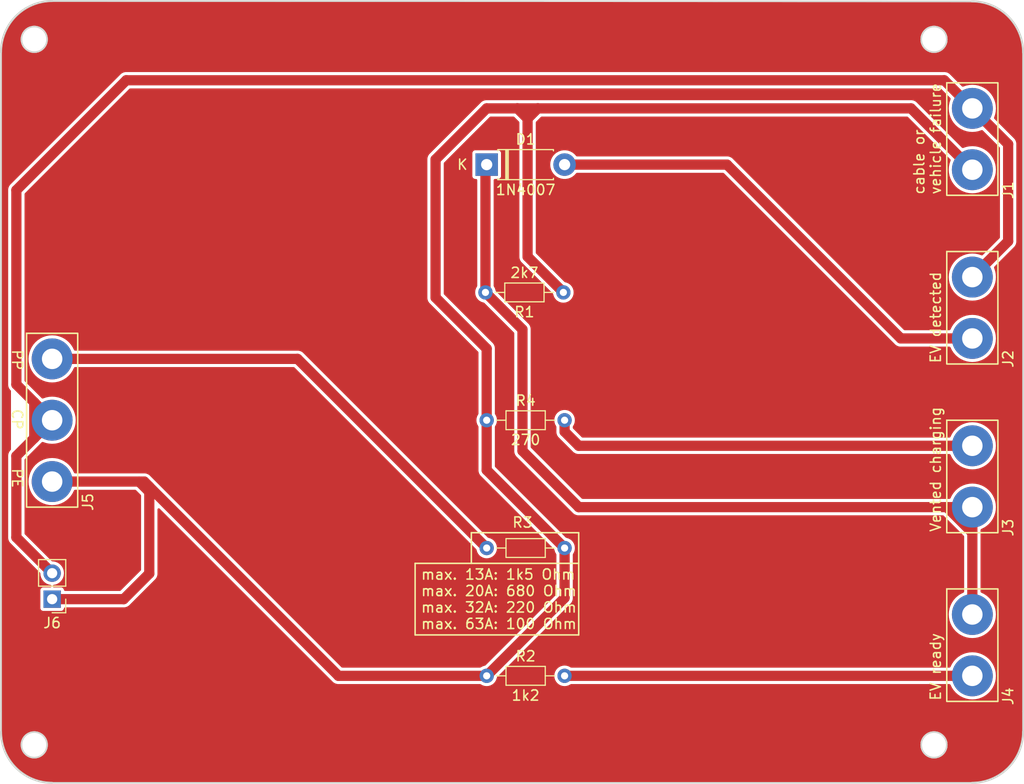
<source format=kicad_pcb>
(kicad_pcb (version 20240108) (generator "pcbnew") (generator_version "8.0")
  (layers (0 "F.Cu" signal) (31 "B.Cu" signal) (34 "B.Paste" user) (35 "F.Paste" user) (36 "B.SilkS" user "B.Silkscreen") (37 "F.SilkS" user "F.Silkscreen") (38 "B.Mask" user) (39 "F.Mask" user) (44 "Edge.Cuts" user))
  (net 0 "")
  (net 1 "Net-(D1-K)")
  (net 2 "Net-(D1-A)")
  (net 3 "PE")
  (net 4 "CP")
  (net 5 "Net-(J3-P2)")
  (net 6 "Net-(J4-P2)")
  (net 7 "PP")
  (footprint "Resistor_THT:R_Axial_DIN0204_L3.6mm_D1.6mm_P7.62mm_Horizontal" (layer "F.Cu") (at 122.5 102.5)
    (property "Reference" "R3" (at 3.5 -2.5 360) (layer "F.SilkS"))
    (property "Value" "xxx")
    (fp_line (start 0.94 0) (end 1.89 0) (stroke (width 0.12)) (layer "F.SilkS"))
    (fp_line (start 1.89 -0.92) (end 1.89 0.92) (stroke (width 0.12)) (layer "F.SilkS"))
    (fp_line (start 1.89 0.92) (end 5.73 0.92) (stroke (width 0.12)) (layer "F.SilkS"))
    (fp_line (start 5.73 -0.92) (end 1.89 -0.92) (stroke (width 0.12)) (layer "F.SilkS"))
    (fp_line (start 5.73 0.92) (end 5.73 -0.92) (stroke (width 0.12)) (layer "F.SilkS"))
    (fp_line (start 6.68 0) (end 5.73 0) (stroke (width 0.12)) (layer "F.SilkS"))
    (pad "1" thru_hole circle (at 0 0) (size 1.4 1.4) (drill 0.7) (layers "*.Cu" "*.Mask") (net 7 "PP"))
    (pad "2" thru_hole oval (at 7.62 0) (size 1.4 1.4) (drill 0.7) (layers "*.Cu" "*.Mask") (net 3 "PE"))
  )
  (footprint "Resistor_THT:R_Axial_DIN0204_L3.6mm_D1.6mm_P7.62mm_Horizontal" (layer "F.Cu") (at 130 77.5 180)
    (property "Reference" "R1" (at 3.81 -1.92 360) (layer "F.SilkS"))
    (property "Value" "2k7" (at 3.81 1.92 0) (layer "F.SilkS"))
    (fp_line (start 6.68 0) (end 5.73 0) (stroke (width 0.12)) (layer "F.SilkS"))
    (fp_line (start 5.73 0.92) (end 5.73 -0.92) (stroke (width 0.12)) (layer "F.SilkS"))
    (fp_line (start 5.73 -0.92) (end 1.89 -0.92) (stroke (width 0.12)) (layer "F.SilkS"))
    (fp_line (start 1.89 0.92) (end 5.73 0.92) (stroke (width 0.12)) (layer "F.SilkS"))
    (fp_line (start 1.89 -0.92) (end 1.89 0.92) (stroke (width 0.12)) (layer "F.SilkS"))
    (fp_line (start 0.94 0) (end 1.89 0) (stroke (width 0.12)) (layer "F.SilkS"))
    (pad "1" thru_hole circle (at 0 0 180) (size 1.4 1.4) (drill 0.7) (layers "*.Cu" "*.Mask") (net 3 "PE"))
    (pad "2" thru_hole oval (at 7.62 0 180) (size 1.4 1.4) (drill 0.7) (layers "*.Cu" "*.Mask") (net 1 "Net-(D1-K)"))
  )
  (footprint "Resistor_THT:R_Axial_DIN0204_L3.6mm_D1.6mm_P7.62mm_Horizontal" (layer "F.Cu") (at 122.5 90)
    (property "Reference" "R4" (at 3.81 -1.92 360) (layer "F.SilkS"))
    (property "Value" "270" (at 3.81 1.92 0) (layer "F.SilkS"))
    (fp_line (start 0.94 0) (end 1.89 0) (stroke (width 0.12)) (layer "F.SilkS"))
    (fp_line (start 1.89 -0.92) (end 1.89 0.92) (stroke (width 0.12)) (layer "F.SilkS"))
    (fp_line (start 1.89 0.92) (end 5.73 0.92) (stroke (width 0.12)) (layer "F.SilkS"))
    (fp_line (start 5.73 -0.92) (end 1.89 -0.92) (stroke (width 0.12)) (layer "F.SilkS"))
    (fp_line (start 5.73 0.92) (end 5.73 -0.92) (stroke (width 0.12)) (layer "F.SilkS"))
    (fp_line (start 6.68 0) (end 5.73 0) (stroke (width 0.12)) (layer "F.SilkS"))
    (pad "1" thru_hole circle (at 0 0) (size 1.4 1.4) (drill 0.7) (layers "*.Cu" "*.Mask") (net 3 "PE"))
    (pad "2" thru_hole oval (at 7.62 0) (size 1.4 1.4) (drill 0.7) (layers "*.Cu" "*.Mask") (net 5 "Net-(J3-P2)"))
  )
  (footprint "Resistor_THT:R_Axial_DIN0204_L3.6mm_D1.6mm_P7.62mm_Horizontal" (layer "F.Cu") (at 122.5 115)
    (property "Reference" "R2" (at 3.81 -1.92 360) (layer "F.SilkS"))
    (property "Value" "1k2" (at 3.81 1.92 0) (layer "F.SilkS"))
    (fp_line (start 0.94 0) (end 1.89 0) (stroke (width 0.12)) (layer "F.SilkS"))
    (fp_line (start 1.89 -0.92) (end 1.89 0.92) (stroke (width 0.12)) (layer "F.SilkS"))
    (fp_line (start 1.89 0.92) (end 5.73 0.92) (stroke (width 0.12)) (layer "F.SilkS"))
    (fp_line (start 5.73 -0.92) (end 1.89 -0.92) (stroke (width 0.12)) (layer "F.SilkS"))
    (fp_line (start 5.73 0.92) (end 5.73 -0.92) (stroke (width 0.12)) (layer "F.SilkS"))
    (fp_line (start 6.68 0) (end 5.73 0) (stroke (width 0.12)) (layer "F.SilkS"))
    (pad "1" thru_hole circle (at 0 0) (size 1.4 1.4) (drill 0.7) (layers "*.Cu" "*.Mask") (net 3 "PE"))
    (pad "2" thru_hole oval (at 7.62 0) (size 1.4 1.4) (drill 0.7) (layers "*.Cu" "*.Mask") (net 6 "Net-(J4-P2)"))
  )
  (footprint "Connector_PinHeader_2.54mm:PinHeader_1x02_P2.54mm_Vertical" (layer "F.Cu") (at 80 107.5 180)
    (property "Reference" "J6" (at 0 -2.33 360) (layer "F.SilkS"))
    (property "Value" "CP Diag")
    (fp_line (start 1.33 1.27) (end 1.33 3.87) (stroke (width 0.12)) (layer "F.SilkS"))
    (fp_line (start -1.33 3.87) (end 1.33 3.87) (stroke (width 0.12)) (layer "F.SilkS"))
    (fp_line (start -1.33 1.27) (end 1.33 1.27) (stroke (width 0.12)) (layer "F.SilkS"))
    (fp_line (start -1.33 1.27) (end -1.33 3.87) (stroke (width 0.12)) (layer "F.SilkS"))
    (fp_line (start -1.33 0) (end -1.33 -1.33) (stroke (width 0.12)) (layer "F.SilkS"))
    (fp_line (start -1.33 -1.33) (end 0 -1.33) (stroke (width 0.12)) (layer "F.SilkS"))
    (pad "1" thru_hole rect (at 0 0 180) (size 1.7 1.7) (drill 1) (layers "*.Cu" "*.Mask") (net 3 "PE"))
    (pad "2" thru_hole oval (at 0 2.54 180) (size 1.7 1.7) (drill 1) (layers "*.Cu" "*.Mask") (net 4 "CP"))
  )
  (footprint "lib:Type2-Solderpads" (layer "F.Cu") (at 80 90 90)
    (property "Reference" "J5" (at -8 3.5 90) (layer "F.SilkS"))
    (property "Value" "Type 2")
    (pad "1" thru_hole circle (at -6 0 90) (size 4 4) (drill 2) (layers "*.Cu" "*.Mask") (net 3 "PE"))
    (pad "2" thru_hole circle (at 0 0 90) (size 4 4) (drill 2) (layers "*.Cu" "*.Mask") (net 4 "CP"))
    (pad "3" thru_hole circle (at 6 0 90) (size 4 4) (drill 2) (layers "*.Cu" "*.Mask") (net 7 "PP"))
  )
  (footprint "lib:Type2-Solderpads_2hole" (layer "F.Cu") (at 170 92.5 90)
    (property "Reference" "J3" (at -8 3.5 90) (layer "F.SilkS"))
    (property "Value" "D: vented charging")
    (pad "1" thru_hole circle (at -6 0 90) (size 4 4) (drill 2) (layers "*.Cu" "*.Mask") (net 1 "Net-(D1-K)"))
    (pad "2" thru_hole circle (at 0 0 90) (size 4 4) (drill 2) (layers "*.Cu" "*.Mask") (net 5 "Net-(J3-P2)"))
  )
  (footprint "lib:Type2-Solderpads_2hole" (layer "F.Cu") (at 170 65.5 -90)
    (property "Reference" "J1" (at 2 -3.5 270) (layer "F.SilkS"))
    (property "Value" "E")
    (pad "1" thru_hole circle (at -6 0 270) (size 4 4) (drill 2) (layers "*.Cu" "*.Mask") (net 4 "CP"))
    (pad "2" thru_hole circle (at 0 0 270) (size 4 4) (drill 2) (layers "*.Cu" "*.Mask") (net 3 "PE"))
  )
  (footprint "lib:Type2-Solderpads_2hole" (layer "F.Cu") (at 170 76 90)
    (property "Reference" "J2" (at -8 3.5 90) (layer "F.SilkS"))
    (property "Value" "A/B")
    (pad "1" thru_hole circle (at -6 0 90) (size 4 4) (drill 2) (layers "*.Cu" "*.Mask") (net 2 "Net-(D1-A)"))
    (pad "2" thru_hole circle (at 0 0 90) (size 4 4) (drill 2) (layers "*.Cu" "*.Mask") (net 4 "CP"))
  )
  (footprint "Diode_THT:D_DO-41_SOD81_P7.62mm_Horizontal" (layer "F.Cu") (at 122.5 65)
    (property "Reference" "D1" (at 3.81 -2.47 360) (layer "F.SilkS"))
    (property "Value" "1N4007" (at 3.81 2.47 0) (layer "F.SilkS"))
    (fp_line (start 1.09 -1.47) (end 6.53 -1.47) (stroke (width 0.12)) (layer "F.SilkS"))
    (fp_line (start 1.09 -1.34) (end 1.09 -1.47) (stroke (width 0.12)) (layer "F.SilkS"))
    (fp_line (start 1.09 1.34) (end 1.09 1.47) (stroke (width 0.12)) (layer "F.SilkS"))
    (fp_line (start 1.09 1.47) (end 6.53 1.47) (stroke (width 0.12)) (layer "F.SilkS"))
    (fp_line (start 1.87 -1.47) (end 1.87 1.47) (stroke (width 0.12)) (layer "F.SilkS"))
    (fp_line (start 1.99 -1.47) (end 1.99 1.47) (stroke (width 0.12)) (layer "F.SilkS"))
    (fp_line (start 2.11 -1.47) (end 2.11 1.47) (stroke (width 0.12)) (layer "F.SilkS"))
    (fp_line (start 6.53 -1.47) (end 6.53 -1.34) (stroke (width 0.12)) (layer "F.SilkS"))
    (fp_line (start 6.53 1.47) (end 6.53 1.34) (stroke (width 0.12)) (layer "F.SilkS"))
    (fp_text user "K" (at -2.38 0 360) (layer "F.SilkS"))
    (pad "1" thru_hole rect (at 0 0) (size 2.2 2.2) (drill 1.1) (layers "*.Cu" "*.Mask") (net 1 "Net-(D1-K)"))
    (pad "2" thru_hole oval (at 7.62 0) (size 2.2 2.2) (drill 1.1) (layers "*.Cu" "*.Mask") (net 2 "Net-(D1-A)"))
  )
  (footprint "lib:Type2-Solderpads_2hole" (layer "F.Cu") (at 170 115 -90)
    (property "Reference" "J4" (at 2 -3.5 270) (layer "F.SilkS"))
    (property "Value" "C")
    (pad "1" thru_hole circle (at -6 0 270) (size 4 4) (drill 2) (layers "*.Cu" "*.Mask") (net 1 "Net-(D1-K)"))
    (pad "2" thru_hole circle (at 0 0 270) (size 4 4) (drill 2) (layers "*.Cu" "*.Mask") (net 6 "Net-(J4-P2)"))
  )
  (gr_line (start 131.5 101) (end 131.5 104) (stroke (width 0.15)) (layer "F.SilkS"))
  (gr_line (start 121 101) (end 131.5 101) (stroke (width 0.15)) (layer "F.SilkS"))
  (gr_rect (start 77.5 81.5) (end 82.5 98.5) (stroke (width 0.15)) (fill none) (layer "F.SilkS"))
  (gr_rect (start 167.5 106.5) (end 172.5 117.5) (stroke (width 0.15)) (fill none) (layer "F.SilkS"))
  (gr_rect (start 167.5 57) (end 172.5 68) (stroke (width 0.15)) (fill none) (layer "F.SilkS"))
  (gr_line (start 131.5 104) (end 115.5 104) (stroke (width 0.15)) (layer "F.SilkS"))
  (gr_rect (start 167.5 90) (end 172.5 101) (stroke (width 0.15)) (fill none) (layer "F.SilkS"))
  (gr_rect (start 167.5 73.5) (end 172.5 84.5) (stroke (width 0.15)) (fill none) (layer "F.SilkS"))
  (gr_line (start 131.5 111) (end 131.5 104) (stroke (width 0.15)) (layer "F.SilkS"))
  (gr_line (start 115.5 111) (end 131.5 111) (stroke (width 0.15)) (layer "F.SilkS"))
  (gr_line (start 115.5 104) (end 115.5 111) (stroke (width 0.15)) (layer "F.SilkS"))
  (gr_line (start 121 104) (end 121 101) (stroke (width 0.15)) (layer "F.SilkS"))
  (gr_line (start 169.964466 49.035524) (end 80 49) (stroke (width 0.15)) (layer "Edge.Cuts"))
  (gr_circle (center 166.25 121.75) (end 167.5 121.75) (stroke (width 0.15)) (fill none) (layer "Edge.Cuts"))
  (gr_line (start 174.964466 118.5) (end 174.964466 120.464466) (stroke (width 0.15)) (layer "Edge.Cuts"))
  (gr_line (start 174.964466 118.5) (end 174.964466 54.035524) (stroke (width 0.15)) (layer "Edge.Cuts"))
  (gr_line (start 169.964466 125.464466) (end 80 125.464466) (stroke (width 0.15)) (layer "Edge.Cuts"))
  (gr_line (start 75 118.464466) (end 75 54) (stroke (width 0.15)) (layer "Edge.Cuts"))
  (gr_arc (start 169.964466 49.035524) (mid 173.5 50.49999) (end 174.964466 54.035524) (stroke (width 0.2)) (layer "Edge.Cuts"))
  (gr_circle (center 78.25 121.75) (end 79.5 121.75) (stroke (width 0.15)) (fill none) (layer "Edge.Cuts"))
  (gr_circle (center 166.25 52.75) (end 167.5 52.75) (stroke (width 0.15)) (fill none) (layer "Edge.Cuts"))
  (gr_line (start 75 118.464466) (end 75 120.464466) (stroke (width 0.15)) (layer "Edge.Cuts"))
  (gr_arc (start 80 125.464466) (mid 76.464466 124) (end 75 120.464466) (stroke (width 0.2)) (layer "Edge.Cuts"))
  (gr_circle (center 78.25 52.75) (end 79.5 52.75) (stroke (width 0.15)) (fill none) (layer "Edge.Cuts"))
  (gr_arc (start 75 54) (mid 76.464466 50.464466) (end 80 49) (stroke (width 0.2)) (layer "Edge.Cuts"))
  (gr_arc (start 174.964466 120.464466) (mid 173.5 124) (end 169.964466 125.464466) (stroke (width 0.2)) (layer "Edge.Cuts"))
  (gr_text "max. 13A: 1k5 Ohm\nmax. 20A: 680 Ohm\nmax. 32A: 220 Ohm\nmax. 63A: 100 Ohm" (at 116 110.5 0) (layer "F.SilkS") (effects (font (size 1 1)) (justify left bottom)))
  (gr_text "EV ready\n" (at 167 117.5 90) (layer "F.SilkS") (effects (font (size 1 1)) (justify left bottom)))
  (gr_text "EV detected\n" (at 167 84.5 90) (layer "F.SilkS") (effects (font (size 1 1)) (justify left bottom)))
  (gr_text "Vented charging\n" (at 167 101 90) (layer "F.SilkS") (effects (font (size 1 1)) (justify left bottom)))
  (gr_text "PP     CP     PE" (at 76 83 270) (layer "F.SilkS") (effects (font (size 1 1)) (justify left bottom)))
  (gr_text "cable or \nvehicle failure\n" (at 167 68 90) (layer "F.SilkS") (effects (font (size 1 1)) (justify left bottom)))
  (segment (start 167.5 98.5) (end 170 98.5) (width 1) (layer "F.Cu") (net 1))
  (segment (start 167.5 98.5) (end 170 101) (width 1) (layer "F.Cu") (net 1))
  (segment (start 170 109) (end 170 101) (width 1) (layer "F.Cu") (net 1))
  (segment (start 126 93) (end 131.5 98.5) (width 1) (layer "F.Cu") (net 1))
  (segment (start 122.38 77.5) (end 126 81.12) (width 1) (layer "F.Cu") (net 1))
  (segment (start 122.38 77.5) (end 122.38 65.12) (width 1) (layer "F.Cu") (net 1))
  (segment (start 170 101) (end 170 98.5) (width 1) (layer "F.Cu") (net 1))
  (segment (start 131.5 98.5) (end 167.5 98.5) (width 1) (layer "F.Cu") (net 1))
  (segment (start 122.38 65.12) (end 122.5 65) (width 1) (layer "F.Cu") (net 1))
  (segment (start 126 81.12) (end 126 93) (width 1) (layer "F.Cu") (net 1))
  (segment (start 130.12 65) (end 146 65) (width 1) (layer "F.Cu") (net 2))
  (segment (start 146 65) (end 163 82) (width 1) (layer "F.Cu") (net 2))
  (segment (start 163 82) (end 170 82) (width 1) (layer "F.Cu") (net 2))
  (segment (start 88.5 96) (end 89 96) (width 1) (layer "F.Cu") (net 3))
  (segment (start 89 96) (end 108 115) (width 1) (layer "F.Cu") (net 3))
  (segment (start 126.5 60.5) (end 126.5 74) (width 1) (layer "F.Cu") (net 3))
  (segment (start 122.5 115) (end 130.12 107.38) (width 1) (layer "F.Cu") (net 3))
  (segment (start 89.5 97) (end 89.5 96.5) (width 1) (layer "F.Cu") (net 3))
  (segment (start 122.5 90) (end 122.5 83) (width 1) (layer "F.Cu") (net 3))
  (segment (start 164 59.5) (end 170 65.5) (width 1) (layer "F.Cu") (net 3))
  (segment (start 108 115) (end 122.5 115) (width 1) (layer "F.Cu") (net 3))
  (segment (start 87 107.5) (end 89.5 105) (width 1) (layer "F.Cu") (net 3))
  (segment (start 122.5 83) (end 117.5 78) (width 1) (layer "F.Cu") (net 3))
  (segment (start 88.5 96) (end 89.5 97) (width 1) (layer "F.Cu") (net 3))
  (segment (start 125.5 59.5) (end 126.5 60.5) (width 1) (layer "F.Cu") (net 3))
  (segment (start 126.5 74) (end 130 77.5) (width 1) (layer "F.Cu") (net 3))
  (segment (start 130.12 107.38) (end 130.12 102.5) (width 1) (layer "F.Cu") (net 3))
  (segment (start 122.5 59.5) (end 125.5 59.5) (width 1) (layer "F.Cu") (net 3))
  (segment (start 127.5 59.5) (end 164 59.5) (width 1) (layer "F.Cu") (net 3))
  (segment (start 89.5 105) (end 89.5 97) (width 1) (layer "F.Cu") (net 3))
  (segment (start 122.38 90.12) (end 122.5 90) (width 1) (layer "F.Cu") (net 3))
  (segment (start 117.5 64.5) (end 122.5 59.5) (width 1) (layer "F.Cu") (net 3))
  (segment (start 89.5 96.5) (end 89 96) (width 1) (layer "F.Cu") (net 3))
  (segment (start 117.5 78) (end 117.5 64.5) (width 1) (layer "F.Cu") (net 3))
  (segment (start 126.5 60.5) (end 127.5 59.5) (width 1) (layer "F.Cu") (net 3))
  (segment (start 130.12 102.5) (end 122.5 94.88) (width 1) (layer "F.Cu") (net 3))
  (segment (start 80 107.5) (end 87 107.5) (width 1) (layer "F.Cu") (net 3))
  (segment (start 80 96) (end 88.5 96) (width 1) (layer "F.Cu") (net 3))
  (segment (start 125.5 59.5) (end 127.5 59.5) (width 1) (layer "F.Cu") (net 3))
  (segment (start 122.5 94.88) (end 122.5 90) (width 1) (layer "F.Cu") (net 3))
  (segment (start 173.5 72.5) (end 170 76) (width 1) (layer "F.Cu") (net 4))
  (segment (start 76.5 101.46) (end 76.5 93.5) (width 1) (layer "F.Cu") (net 4))
  (segment (start 78.25 88.25) (end 76.5 86.5) (width 1) (layer "F.Cu") (net 4))
  (segment (start 170 59.5) (end 167.25 56.75) (width 1) (layer "F.Cu") (net 4))
  (segment (start 80 90) (end 78.25 88.25) (width 1) (layer "F.Cu") (net 4))
  (segment (start 78.25 91.75) (end 78.25 88.25) (width 1) (layer "F.Cu") (net 4))
  (segment (start 80 104.96) (end 76.5 101.46) (width 1) (layer "F.Cu") (net 4))
  (segment (start 173.5 63) (end 173.5 72.5) (width 1) (layer "F.Cu") (net 4))
  (segment (start 78.25 91.75) (end 80 90) (width 1) (layer "F.Cu") (net 4))
  (segment (start 76.5 67.5) (end 87.25 56.75) (width 1) (layer "F.Cu") (net 4))
  (segment (start 167.25 56.75) (end 87.25 56.75) (width 1) (layer "F.Cu") (net 4))
  (segment (start 170 59.5) (end 173.5 63) (width 1) (layer "F.Cu") (net 4))
  (segment (start 76.5 86.5) (end 76.5 67.5) (width 1) (layer "F.Cu") (net 4))
  (segment (start 76.5 93.5) (end 78.25 91.75) (width 1) (layer "F.Cu") (net 4))
  (segment (start 130.12 90) (end 130.12 91.12) (width 1) (layer "F.Cu") (net 5))
  (segment (start 130.12 91.12) (end 131.5 92.5) (width 1) (layer "F.Cu") (net 5))
  (segment (start 131.5 92.5) (end 170 92.5) (width 1) (layer "F.Cu") (net 5))
  (segment (start 169.5 114.5) (end 170 115) (width 1) (layer "F.Cu") (net 6))
  (segment (start 130.12 115) (end 169.5 115) (width 1) (layer "F.Cu") (net 6))
  (segment (start 104 84) (end 122.5 102.5) (width 1) (layer "F.Cu") (net 7))
  (segment (start 80 84) (end 104 84) (width 1) (layer "F.Cu") (net 7))
  (zone (net 0) (net_name "") (layer "F.Cu") (connect_pads (clearance 0.3)) (min_thickness 0.25) (fill yes (thermal_gap 0.5) (thermal_bridge_width 0.5) (island_removal_mode 1) (island_area_min 10))
    (polygon (pts (xy 75 49) (xy 175 49) (xy 175 125.5) (xy 75 125.5)))
  )
)
</source>
